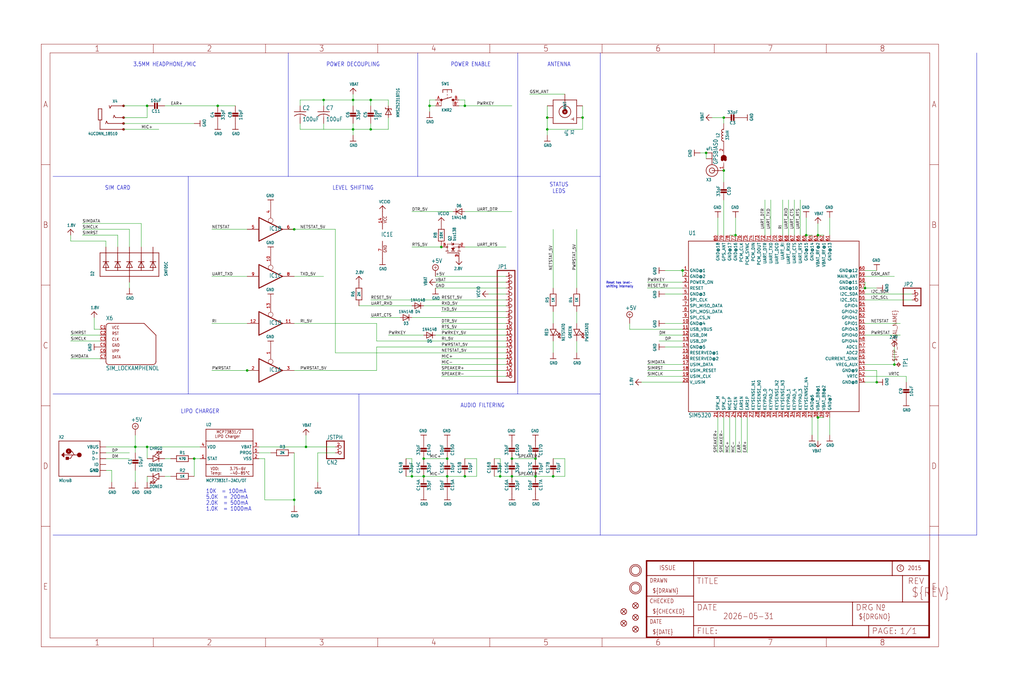
<source format=kicad_sch>
(kicad_sch (version 20230121) (generator eeschema)
  (paper "User" 442.036 298.602)
  (junction (at 127 99.06))
  (junction (at 231.14 198.12))
  (junction (at 353.06 101.6))
  (junction (at 152.4 55.88))
  (junction (at 220.98 205.74))
  (junction (at 231.14 205.74))
  (junction (at 63.5 193.04))
  (junction (at 193.04 205.74))
  (junction (at 200.66 45.72))
  (junction (at 251.46 50.8))
  (junction (at 127 215.9))
  (junction (at 215.9 205.74))
  (junction (at 106.68 160.02))
  (junction (at 139.7 43.18))
  (junction (at 378.46 165.1))
  (junction (at 236.22 55.88))
  (junction (at 304.8 66.04))
  (junction (at 312.42 73.66))
  (junction (at 193.04 198.12))
  (junction (at 200.66 205.74))
  (junction (at 185.42 45.72))
  (junction (at 294.64 116.84))
  (junction (at 152.4 43.18))
  (junction (at 353.06 180.34))
  (junction (at 220.98 198.12))
  (junction (at 160.02 55.88))
  (junction (at 182.88 198.12))
  (junction (at 63.5 45.72))
  (junction (at 373.38 124.46))
  (junction (at 58.42 193.04))
  (junction (at 347.98 101.6))
  (junction (at 312.42 50.8))
  (junction (at 190.5 106.68))
  (junction (at 238.76 205.74))
  (junction (at 132.08 193.04))
  (junction (at 160.02 43.18))
  (junction (at 93.98 45.72))
  (junction (at 386.08 157.48))
  (junction (at 236.22 50.8))
  (junction (at 182.88 205.74))
  (junction (at 83.82 198.12))
  (junction (at 317.5 101.6))
  (junction (at 177.8 205.74))
  (wire (pts (xy 337.82 101.6) (xy 337.82 86.36)) (stroke (width 0.1524)))
  (wire (pts (xy 350.52 180.34) (xy 350.52 187.96)) (stroke (width 0.1524)))
  (wire (pts (xy 373.38 116.84) (xy 378.46 116.84)) (stroke (width 0.1524)))
  (wire (pts (xy 53.34 50.8) (xy 63.5 50.8)) (stroke (width 0.1524)))
  (wire (pts (xy 358.14 93.98) (xy 358.14 101.6)) (stroke (width 0.1524)))
  (wire (pts (xy 106.68 99.06) (xy 91.44 99.06)) (stroke (width 0.1524)))
  (wire (pts (xy 347.98 101.6) (xy 347.98 93.98)) (stroke (width 0.1524)))
  (wire (pts (xy 45.72 106.68) (xy 45.72 104.14)) (stroke (width 0.1524)))
  (wire (pts (xy 45.72 195.58) (xy 55.88 195.58)) (stroke (width 0.1524)))
  (wire (pts (xy 231.14 198.12) (xy 220.98 198.12)) (stroke (width 0.1524)))
  (wire (pts (xy 129.54 53.34) (xy 129.54 55.88)) (stroke (width 0.1524)))
  (wire (pts (xy 30.48 154.94) (xy 43.18 154.94)) (stroke (width 0.1524)))
  (wire (pts (xy 294.64 116.84) (xy 294.64 119.38)) (stroke (width 0.1524)))
  (wire (pts (xy 114.3 198.12) (xy 114.3 215.9)) (stroke (width 0.1524)))
  (wire (pts (xy 127 119.38) (xy 139.7 119.38)) (stroke (width 0.1524)))
  (wire (pts (xy 152.4 53.34) (xy 152.4 55.88)) (stroke (width 0.1524)))
  (wire (pts (xy 60.96 106.68) (xy 60.96 96.52)) (stroke (width 0.1524)))
  (wire (pts (xy 238.76 198.12) (xy 243.84 198.12)) (stroke (width 0.1524)))
  (wire (pts (xy 182.88 144.78) (xy 167.64 144.78)) (stroke (width 0.1524)))
  (polyline (pts (xy 154.94 231.14) (xy 259.08 231.14)) (stroke (width 0.1524) (type solid)))
  (wire (pts (xy 106.68 119.38) (xy 91.44 119.38)) (stroke (width 0.1524)))
  (wire (pts (xy 294.64 165.1) (xy 276.86 165.1)) (stroke (width 0.1524)))
  (wire (pts (xy 205.74 205.74) (xy 200.66 205.74)) (stroke (width 0.1524)))
  (wire (pts (xy 190.5 157.48) (xy 218.44 157.48)) (stroke (width 0.1524)))
  (wire (pts (xy 317.5 93.98) (xy 317.5 101.6)) (stroke (width 0.1524)))
  (wire (pts (xy 284.48 147.32) (xy 294.64 147.32)) (stroke (width 0.1524)))
  (wire (pts (xy 175.26 198.12) (xy 177.8 198.12)) (stroke (width 0.1524)))
  (wire (pts (xy 190.5 160.02) (xy 218.44 160.02)) (stroke (width 0.1524)))
  (polyline (pts (xy 154.94 231.14) (xy 154.94 170.18)) (stroke (width 0.1524) (type solid)))
  (wire (pts (xy 132.08 193.04) (xy 144.78 193.04)) (stroke (width 0.1524)))
  (wire (pts (xy 287.02 116.84) (xy 294.64 116.84)) (stroke (width 0.1524)))
  (wire (pts (xy 139.7 53.34) (xy 139.7 55.88)) (stroke (width 0.1524)))
  (wire (pts (xy 73.66 205.74) (xy 71.12 205.74)) (stroke (width 0.1524)))
  (wire (pts (xy 205.74 198.12) (xy 205.74 205.74)) (stroke (width 0.1524)))
  (wire (pts (xy 109.22 160.02) (xy 106.68 160.02)) (stroke (width 0.1524)))
  (wire (pts (xy 160.02 55.88) (xy 167.64 55.88)) (stroke (width 0.1524)))
  (wire (pts (xy 195.58 91.44) (xy 177.8 91.44)) (stroke (width 0.1524)))
  (wire (pts (xy 129.54 43.18) (xy 139.7 43.18)) (stroke (width 0.1524)))
  (wire (pts (xy 220.98 45.72) (xy 200.66 45.72)) (stroke (width 0.1524)))
  (wire (pts (xy 137.16 195.58) (xy 144.78 195.58)) (stroke (width 0.1524)))
  (wire (pts (xy 238.76 124.46) (xy 238.76 99.06)) (stroke (width 0.1524)))
  (wire (pts (xy 154.94 132.08) (xy 177.8 132.08)) (stroke (width 0.1524)))
  (wire (pts (xy 144.78 152.4) (xy 144.78 99.06)) (stroke (width 0.1524)))
  (wire (pts (xy 378.46 160.02) (xy 373.38 160.02)) (stroke (width 0.1524)))
  (wire (pts (xy 391.16 162.56) (xy 391.16 165.1)) (stroke (width 0.1524)))
  (wire (pts (xy 106.68 139.7) (xy 91.44 139.7)) (stroke (width 0.1524)))
  (wire (pts (xy 243.84 198.12) (xy 243.84 205.74)) (stroke (width 0.1524)))
  (wire (pts (xy 386.08 119.38) (xy 373.38 119.38)) (stroke (width 0.1524)))
  (wire (pts (xy 167.64 55.88) (xy 167.64 50.8)) (stroke (width 0.1524)))
  (wire (pts (xy 200.66 43.18) (xy 200.66 45.72)) (stroke (width 0.1524)))
  (wire (pts (xy 127 139.7) (xy 162.56 139.7)) (stroke (width 0.1524)))
  (wire (pts (xy 160.02 129.54) (xy 218.44 129.54)) (stroke (width 0.1524)))
  (wire (pts (xy 45.72 104.14) (xy 30.48 104.14)) (stroke (width 0.1524)))
  (wire (pts (xy 167.64 43.18) (xy 167.64 45.72)) (stroke (width 0.1524)))
  (wire (pts (xy 58.42 193.04) (xy 58.42 187.96)) (stroke (width 0.1524)))
  (wire (pts (xy 388.62 139.7) (xy 373.38 139.7)) (stroke (width 0.1524)))
  (wire (pts (xy 373.38 157.48) (xy 386.08 157.48)) (stroke (width 0.1524)))
  (wire (pts (xy 182.88 132.08) (xy 218.44 132.08)) (stroke (width 0.1524)))
  (polyline (pts (xy 22.86 170.18) (xy 81.28 170.18)) (stroke (width 0.1524) (type solid)))
  (wire (pts (xy 373.38 127) (xy 393.7 127)) (stroke (width 0.1524)))
  (wire (pts (xy 236.22 58.42) (xy 236.22 55.88)) (stroke (width 0.1524)))
  (polyline (pts (xy 81.28 76.2) (xy 124.46 76.2)) (stroke (width 0.1524) (type solid)))
  (wire (pts (xy 294.64 142.24) (xy 271.78 142.24)) (stroke (width 0.1524)))
  (wire (pts (xy 83.82 53.34) (xy 53.34 53.34)) (stroke (width 0.1524)))
  (wire (pts (xy 200.66 205.74) (xy 193.04 205.74)) (stroke (width 0.1524)))
  (wire (pts (xy 218.44 119.38) (xy 187.96 119.38)) (stroke (width 0.1524)))
  (wire (pts (xy 30.48 104.14) (xy 30.48 101.6)) (stroke (width 0.1524)))
  (wire (pts (xy 200.66 91.44) (xy 220.98 91.44)) (stroke (width 0.1524)))
  (wire (pts (xy 55.88 99.06) (xy 35.56 99.06)) (stroke (width 0.1524)))
  (wire (pts (xy 340.36 101.6) (xy 340.36 86.36)) (stroke (width 0.1524)))
  (wire (pts (xy 353.06 190.5) (xy 353.06 180.34)) (stroke (width 0.1524)))
  (polyline (pts (xy 223.52 76.2) (xy 223.52 22.86)) (stroke (width 0.1524) (type solid)))
  (wire (pts (xy 43.18 144.78) (xy 30.48 144.78)) (stroke (width 0.1524)))
  (wire (pts (xy 162.56 149.86) (xy 218.44 149.86)) (stroke (width 0.1524)))
  (wire (pts (xy 177.8 106.68) (xy 190.5 106.68)) (stroke (width 0.1524)))
  (wire (pts (xy 160.02 45.72) (xy 160.02 43.18)) (stroke (width 0.1524)))
  (wire (pts (xy 190.5 154.94) (xy 218.44 154.94)) (stroke (width 0.1524)))
  (wire (pts (xy 63.5 198.12) (xy 63.5 193.04)) (stroke (width 0.1524)))
  (wire (pts (xy 314.96 101.6) (xy 317.5 101.6)) (stroke (width 0.1524)))
  (wire (pts (xy 43.18 142.24) (xy 40.64 142.24)) (stroke (width 0.1524)))
  (wire (pts (xy 60.96 96.52) (xy 35.56 96.52)) (stroke (width 0.1524)))
  (wire (pts (xy 330.2 101.6) (xy 330.2 86.36)) (stroke (width 0.1524)))
  (wire (pts (xy 152.4 43.18) (xy 152.4 40.64)) (stroke (width 0.1524)))
  (wire (pts (xy 307.34 50.8) (xy 312.42 50.8)) (stroke (width 0.1524)))
  (wire (pts (xy 73.66 198.12) (xy 71.12 198.12)) (stroke (width 0.1524)))
  (wire (pts (xy 215.9 205.74) (xy 220.98 205.74)) (stroke (width 0.1524)))
  (wire (pts (xy 106.68 160.02) (xy 91.44 160.02)) (stroke (width 0.1524)))
  (wire (pts (xy 162.56 147.32) (xy 218.44 147.32)) (stroke (width 0.1524)))
  (wire (pts (xy 236.22 50.8) (xy 236.22 55.88)) (stroke (width 0.1524)))
  (wire (pts (xy 53.34 55.88) (xy 68.58 55.88)) (stroke (width 0.1524)))
  (wire (pts (xy 378.46 165.1) (xy 378.46 160.02)) (stroke (width 0.1524)))
  (wire (pts (xy 342.9 101.6) (xy 342.9 86.36)) (stroke (width 0.1524)))
  (polyline (pts (xy 22.86 231.14) (xy 154.94 231.14)) (stroke (width 0.1524) (type solid)))
  (polyline (pts (xy 223.52 170.18) (xy 259.08 170.18)) (stroke (width 0.1524) (type solid)))
  (wire (pts (xy 312.42 195.58) (xy 312.42 180.34)) (stroke (width 0.1524)))
  (wire (pts (xy 294.64 144.78) (xy 284.48 144.78)) (stroke (width 0.1524)))
  (wire (pts (xy 353.06 96.52) (xy 353.06 101.6)) (stroke (width 0.1524)))
  (wire (pts (xy 58.42 195.58) (xy 58.42 193.04)) (stroke (width 0.1524)))
  (wire (pts (xy 271.78 142.24) (xy 271.78 139.7)) (stroke (width 0.1524)))
  (wire (pts (xy 172.72 137.16) (xy 160.02 137.16)) (stroke (width 0.1524)))
  (wire (pts (xy 200.66 45.72) (xy 198.12 45.72)) (stroke (width 0.1524)))
  (wire (pts (xy 111.76 198.12) (xy 114.3 198.12)) (stroke (width 0.1524)))
  (wire (pts (xy 139.7 45.72) (xy 139.7 43.18)) (stroke (width 0.1524)))
  (wire (pts (xy 251.46 50.8) (xy 251.46 45.72)) (stroke (width 0.1524)))
  (wire (pts (xy 58.42 203.2) (xy 58.42 208.28)) (stroke (width 0.1524)))
  (wire (pts (xy 312.42 73.66) (xy 312.42 78.74)) (stroke (width 0.1524)))
  (wire (pts (xy 312.42 86.36) (xy 312.42 101.6)) (stroke (width 0.1524)))
  (wire (pts (xy 317.5 180.34) (xy 317.5 195.58)) (stroke (width 0.1524)))
  (wire (pts (xy 162.56 147.32) (xy 162.56 139.7)) (stroke (width 0.1524)))
  (polyline (pts (xy 223.52 76.2) (xy 259.08 76.2)) (stroke (width 0.1524) (type solid)))
  (wire (pts (xy 187.96 43.18) (xy 185.42 43.18)) (stroke (width 0.1524)))
  (wire (pts (xy 132.08 193.04) (xy 132.08 187.96)) (stroke (width 0.1524)))
  (wire (pts (xy 353.06 180.34) (xy 355.6 180.34)) (stroke (width 0.1524)))
  (wire (pts (xy 127 160.02) (xy 162.56 160.02)) (stroke (width 0.1524)))
  (wire (pts (xy 45.72 203.2) (xy 48.26 203.2)) (stroke (width 0.1524)))
  (polyline (pts (xy 124.46 76.2) (xy 124.46 22.86)) (stroke (width 0.1524) (type solid)))
  (wire (pts (xy 373.38 124.46) (xy 378.46 124.46)) (stroke (width 0.1524)))
  (polyline (pts (xy 223.52 76.2) (xy 180.34 76.2)) (stroke (width 0.1524) (type solid)))
  (wire (pts (xy 129.54 55.88) (xy 152.4 55.88)) (stroke (width 0.1524)))
  (wire (pts (xy 309.88 93.98) (xy 309.88 101.6)) (stroke (width 0.1524)))
  (wire (pts (xy 332.74 101.6) (xy 332.74 86.36)) (stroke (width 0.1524)))
  (wire (pts (xy 350.52 101.6) (xy 347.98 101.6)) (stroke (width 0.1524)))
  (wire (pts (xy 50.8 101.6) (xy 35.56 101.6)) (stroke (width 0.1524)))
  (wire (pts (xy 177.8 205.74) (xy 175.26 205.74)) (stroke (width 0.1524)))
  (wire (pts (xy 386.08 157.48) (xy 386.08 149.86)) (stroke (width 0.1524)))
  (wire (pts (xy 388.62 144.78) (xy 373.38 144.78)) (stroke (width 0.1524)))
  (wire (pts (xy 218.44 139.7) (xy 190.5 139.7)) (stroke (width 0.1524)))
  (wire (pts (xy 309.88 180.34) (xy 309.88 195.58)) (stroke (width 0.1524)))
  (wire (pts (xy 185.42 45.72) (xy 185.42 48.26)) (stroke (width 0.1524)))
  (wire (pts (xy 215.9 198.12) (xy 215.9 205.74)) (stroke (width 0.1524)))
  (wire (pts (xy 228.6 40.64) (xy 243.84 40.64)) (stroke (width 0.1524)))
  (polyline (pts (xy 22.86 76.2) (xy 81.28 76.2)) (stroke (width 0.1524) (type solid)))
  (wire (pts (xy 193.04 198.12) (xy 182.88 198.12)) (stroke (width 0.1524)))
  (wire (pts (xy 190.5 134.62) (xy 218.44 134.62)) (stroke (width 0.1524)))
  (wire (pts (xy 187.96 45.72) (xy 185.42 45.72)) (stroke (width 0.1524)))
  (wire (pts (xy 127 195.58) (xy 127 215.9)) (stroke (width 0.1524)))
  (polyline (pts (xy 223.52 170.18) (xy 223.52 76.2)) (stroke (width 0.1524) (type solid)))
  (polyline (pts (xy 259.08 76.2) (xy 259.08 22.86)) (stroke (width 0.1524) (type solid)))
  (wire (pts (xy 322.58 195.58) (xy 322.58 180.34)) (stroke (width 0.1524)))
  (wire (pts (xy 294.64 124.46) (xy 279.4 124.46)) (stroke (width 0.1524)))
  (polyline (pts (xy 259.08 170.18) (xy 259.08 76.2)) (stroke (width 0.1524) (type solid)))
  (wire (pts (xy 200.66 106.68) (xy 218.44 106.68)) (stroke (width 0.1524)))
  (wire (pts (xy 238.76 147.32) (xy 238.76 152.4)) (stroke (width 0.1524)))
  (wire (pts (xy 127 99.06) (xy 144.78 99.06)) (stroke (width 0.1524)))
  (wire (pts (xy 177.8 205.74) (xy 182.88 205.74)) (stroke (width 0.1524)))
  (wire (pts (xy 177.8 198.12) (xy 177.8 205.74)) (stroke (width 0.1524)))
  (wire (pts (xy 294.64 162.56) (xy 279.4 162.56)) (stroke (width 0.1524)))
  (polyline (pts (xy 421.64 231.14) (xy 421.64 22.86)) (stroke (width 0.1524) (type solid)))
  (wire (pts (xy 83.82 205.74) (xy 83.82 198.12)) (stroke (width 0.1524)))
  (wire (pts (xy 287.02 127) (xy 294.64 127)) (stroke (width 0.1524)))
  (wire (pts (xy 218.44 137.16) (xy 177.8 137.16)) (stroke (width 0.1524)))
  (wire (pts (xy 218.44 124.46) (xy 187.96 124.46)) (stroke (width 0.1524)))
  (wire (pts (xy 312.42 50.8) (xy 312.42 53.34)) (stroke (width 0.1524)))
  (wire (pts (xy 40.64 142.24) (xy 40.64 137.16)) (stroke (width 0.1524)))
  (wire (pts (xy 248.92 134.62) (xy 248.92 139.7)) (stroke (width 0.1524)))
  (wire (pts (xy 93.98 45.72) (xy 101.6 45.72)) (stroke (width 0.1524)))
  (wire (pts (xy 358.14 187.96) (xy 358.14 180.34)) (stroke (width 0.1524)))
  (polyline (pts (xy 81.28 170.18) (xy 154.94 170.18)) (stroke (width 0.1524) (type solid)))
  (polyline (pts (xy 180.34 76.2) (xy 180.34 22.86)) (stroke (width 0.1524) (type solid)))
  (wire (pts (xy 55.88 121.92) (xy 55.88 124.46)) (stroke (width 0.1524)))
  (wire (pts (xy 63.5 45.72) (xy 63.5 50.8)) (stroke (width 0.1524)))
  (wire (pts (xy 152.4 58.42) (xy 152.4 55.88)) (stroke (width 0.1524)))
  (wire (pts (xy 129.54 45.72) (xy 129.54 43.18)) (stroke (width 0.1524)))
  (wire (pts (xy 220.98 205.74) (xy 231.14 205.74)) (stroke (width 0.1524)))
  (polyline (pts (xy 259.08 231.14) (xy 421.64 231.14)) (stroke (width 0.1524) (type solid)))
  (polyline (pts (xy 259.08 231.14) (xy 259.08 170.18)) (stroke (width 0.1524) (type solid)))
  (wire (pts (xy 132.08 193.04) (xy 111.76 193.04)) (stroke (width 0.1524)))
  (wire (pts (xy 50.8 106.68) (xy 50.8 101.6)) (stroke (width 0.1524)))
  (wire (pts (xy 248.92 152.4) (xy 248.92 147.32)) (stroke (width 0.1524)))
  (wire (pts (xy 238.76 205.74) (xy 231.14 205.74)) (stroke (width 0.1524)))
  (wire (pts (xy 45.72 193.04) (xy 58.42 193.04)) (stroke (width 0.1524)))
  (wire (pts (xy 198.12 43.18) (xy 200.66 43.18)) (stroke (width 0.1524)))
  (wire (pts (xy 279.4 157.48) (xy 294.64 157.48)) (stroke (width 0.1524)))
  (wire (pts (xy 187.96 144.78) (xy 218.44 144.78)) (stroke (width 0.1524)))
  (wire (pts (xy 213.36 198.12) (xy 215.9 198.12)) (stroke (width 0.1524)))
  (wire (pts (xy 304.8 68.58) (xy 304.8 66.04)) (stroke (width 0.1524)))
  (wire (pts (xy 182.88 205.74) (xy 193.04 205.74)) (stroke (width 0.1524)))
  (wire (pts (xy 236.22 55.88) (xy 251.46 55.88)) (stroke (width 0.1524)))
  (wire (pts (xy 137.16 195.58) (xy 137.16 208.28)) (stroke (width 0.1524)))
  (wire (pts (xy 238.76 134.62) (xy 238.76 139.7)) (stroke (width 0.1524)))
  (wire (pts (xy 160.02 53.34) (xy 160.02 55.88)) (stroke (width 0.1524)))
  (wire (pts (xy 63.5 45.72) (xy 53.34 45.72)) (stroke (width 0.1524)))
  (wire (pts (xy 93.98 45.72) (xy 71.12 45.72)) (stroke (width 0.1524)))
  (wire (pts (xy 287.02 149.86) (xy 294.64 149.86)) (stroke (width 0.1524)))
  (wire (pts (xy 391.16 162.56) (xy 373.38 162.56)) (stroke (width 0.1524)))
  (wire (pts (xy 215.9 205.74) (xy 213.36 205.74)) (stroke (width 0.1524)))
  (wire (pts (xy 111.76 195.58) (xy 116.84 195.58)) (stroke (width 0.1524)))
  (polyline (pts (xy 124.46 76.2) (xy 180.34 76.2)) (stroke (width 0.1524) (type solid)))
  (wire (pts (xy 287.02 139.7) (xy 294.64 139.7)) (stroke (width 0.1524)))
  (wire (pts (xy 160.02 43.18) (xy 167.64 43.18)) (stroke (width 0.1524)))
  (wire (pts (xy 187.96 121.92) (xy 218.44 121.92)) (stroke (width 0.1524)))
  (wire (pts (xy 251.46 55.88) (xy 251.46 50.8)) (stroke (width 0.1524)))
  (wire (pts (xy 236.22 45.72) (xy 236.22 50.8)) (stroke (width 0.1524)))
  (wire (pts (xy 218.44 152.4) (xy 144.78 152.4)) (stroke (width 0.1524)))
  (wire (pts (xy 200.66 198.12) (xy 205.74 198.12)) (stroke (width 0.1524)))
  (wire (pts (xy 55.88 106.68) (xy 55.88 99.06)) (stroke (width 0.1524)))
  (wire (pts (xy 294.64 160.02) (xy 279.4 160.02)) (stroke (width 0.1524)))
  (wire (pts (xy 58.42 193.04) (xy 63.5 193.04)) (stroke (width 0.1524)))
  (wire (pts (xy 190.5 142.24) (xy 218.44 142.24)) (stroke (width 0.1524)))
  (wire (pts (xy 210.82 127) (xy 218.44 127)) (stroke (width 0.1524)))
  (wire (pts (xy 152.4 55.88) (xy 160.02 55.88)) (stroke (width 0.1524)))
  (wire (pts (xy 294.64 121.92) (xy 279.4 121.92)) (stroke (width 0.1524)))
  (wire (pts (xy 152.4 43.18) (xy 160.02 43.18)) (stroke (width 0.1524)))
  (wire (pts (xy 114.3 215.9) (xy 127 215.9)) (stroke (width 0.1524)))
  (wire (pts (xy 243.84 205.74) (xy 238.76 205.74)) (stroke (width 0.1524)))
  (wire (pts (xy 63.5 205.74) (xy 63.5 208.28)) (stroke (width 0.1524)))
  (wire (pts (xy 373.38 121.92) (xy 373.38 124.46)) (stroke (width 0.1524)))
  (polyline (pts (xy 81.28 170.18) (xy 81.28 76.2)) (stroke (width 0.1524) (type solid)))
  (wire (pts (xy 139.7 43.18) (xy 152.4 43.18)) (stroke (width 0.1524)))
  (wire (pts (xy 353.06 101.6) (xy 355.6 101.6)) (stroke (width 0.1524)))
  (wire (pts (xy 83.82 198.12) (xy 86.36 198.12)) (stroke (width 0.1524)))
  (wire (pts (xy 314.96 195.58) (xy 314.96 180.34)) (stroke (width 0.1524)))
  (wire (pts (xy 248.92 99.06) (xy 248.92 124.46)) (stroke (width 0.1524)))
  (wire (pts (xy 162.56 160.02) (xy 162.56 149.86)) (stroke (width 0.1524)))
  (wire (pts (xy 127 215.9) (xy 127 218.44)) (stroke (width 0.1524)))
  (wire (pts (xy 393.7 129.54) (xy 373.38 129.54)) (stroke (width 0.1524)))
  (wire (pts (xy 320.04 180.34) (xy 320.04 195.58)) (stroke (width 0.1524)))
  (wire (pts (xy 373.38 165.1) (xy 378.46 165.1)) (stroke (width 0.1524)))
  (wire (pts (xy 190.5 162.56) (xy 218.44 162.56)) (stroke (width 0.1524)))
  (wire (pts (xy 152.4 45.72) (xy 152.4 43.18)) (stroke (width 0.1524)))
  (wire (pts (xy 55.88 198.12) (xy 45.72 198.12)) (stroke (width 0.1524)))
  (wire (pts (xy 185.42 43.18) (xy 185.42 45.72)) (stroke (width 0.1524)))
  (wire (pts (xy 63.5 193.04) (xy 86.36 193.04)) (stroke (width 0.1524)))
  (polyline (pts (xy 154.94 170.18) (xy 223.52 170.18)) (stroke (width 0.1524) (type solid)))
  (wire (pts (xy 124.46 99.06) (xy 127 99.06)) (stroke (width 0.1524)))
  (wire (pts (xy 43.18 147.32) (xy 30.48 147.32)) (stroke (width 0.1524)))
  (wire (pts (xy 48.26 203.2) (xy 48.26 208.28)) (stroke (width 0.1524)))
  (wire (pts (xy 304.8 66.04) (xy 302.26 66.04)) (stroke (width 0.1524)))
  (wire (pts (xy 345.44 101.6) (xy 345.44 86.36)) (stroke (width 0.1524)))
  (text "STATUS\nLEDS" (at 241.3 81.28 0) (effects (font (size 1.778 1.5113))))
  (text "2.0K  = 500mA" (at 88.9 218.44 0) (effects (font (size 1.778 1.5113)) (justify left bottom)))
  (text "SIM CARD" (at 50.8 81.28 0) (effects (font (size 1.778 1.5113))))
  (text "ANTENNA" (at 241.3 27.94 0) (effects (font (size 1.778 1.5113))))
  (text "LEVEL SHIFTING" (at 152.4 81.28 0) (effects (font (size 1.778 1.5113))))
  (text "LIPO CHARGER" (at 86.36 177.8 0) (effects (font (size 1.778 1.5113))))
  (text "Reset has level-\nshifting internally" (at 261.62 124.46 0) (effects (font (size 1.016 0.8636)) (justify left bottom)))
  (text "POWER ENABLE" (at 203.2 27.94 0) (effects (font (size 1.778 1.5113))))
  (text "1.0K  = 1000mA" (at 88.9 220.98 0) (effects (font (size 1.778 1.5113)) (justify left bottom)))
  (text "AUDIO FILTERING" (at 208.28 175.26 0) (effects (font (size 1.778 1.5113))))
  (text "POWER DECOUPLING" (at 152.4 27.94 0) (effects (font (size 1.778 1.5113))))
  (text "3.5MM HEADPHONE/MIC" (at 71.12 27.94 0) (effects (font (size 1.778 1.5113))))
  (text "10K  = 100mA" (at 88.9 213.36 0) (effects (font (size 1.778 1.5113)) (justify left bottom)))
  (text "5.0K  = 200mA" (at 88.9 215.9 0) (effects (font (size 1.778 1.5113)) (justify left bottom)))
  (label "RTS_5V" (at 190.5 142.24 0) (effects (font (size 1.2446 1.2446))))
  (label "SPEAKER-" (at 190.5 162.56 0) (effects (font (size 1.2446 1.2446))))
  (label "PWRSTAT_5V" (at 129.54 160.02 0) (effects (font (size 1.2446 1.2446))))
  (label "EAR+" (at 73.66 45.72 0) (effects (font (size 1.2446 1.2446))))
  (label "SIMCLK" (at 30.48 147.32 0) (effects (font (size 1.2446 1.2446))))
  (label "GND" (at 187.96 124.46 0) (effects (font (size 1.2446 1.2446))))
  (label "SIMRST" (at 35.56 101.6 0) (effects (font (size 1.2446 1.2446))))
  (label "PWRKEY_5V" (at 190.5 144.78 0) (effects (font (size 1.2446 1.2446))))
  (label "DM" (at 284.48 144.78 0) (effects (font (size 1.2446 1.2446))))
  (label "SIMDATA" (at 35.56 96.52 0) (effects (font (size 1.2446 1.2446))))
  (label "PWRKEY" (at 167.64 144.78 0) (effects (font (size 1.2446 1.2446))))
  (label "DP" (at 48.26 195.58 0) (effects (font (size 1.2446 1.2446))))
  (label "DTR_5V" (at 177.8 91.44 0) (effects (font (size 1.2446 1.2446))))
  (label "DTR_5V" (at 190.5 139.7 0) (effects (font (size 1.2446 1.2446))))
  (label "EAR-" (at 320.04 195.58 90) (effects (font (size 1.2446 1.2446))))
  (label "RESET_5V" (at 190.5 129.54 0) (effects (font (size 1.2446 1.2446))))
  (label "SPEAKER-" (at 312.42 195.58 90) (effects (font (size 1.2446 1.2446))))
  (label "SPEAKER+" (at 309.88 195.58 90) (effects (font (size 1.2446 1.2446))))
  (label "TXD_5V" (at 129.54 119.38 0) (effects (font (size 1.2446 1.2446))))
  (label "UART_DTR" (at 205.74 91.44 0) (effects (font (size 1.2446 1.2446))))
  (label "MIC-" (at 190.5 157.48 0) (effects (font (size 1.2446 1.2446))))
  (label "SPEAKER+" (at 223.52 198.12 0) (effects (font (size 1.2446 1.2446))))
  (label "GSM_ANT" (at 228.6 40.64 0) (effects (font (size 1.2446 1.2446))))
  (label "UART_CTS" (at 342.9 99.06 90) (effects (font (size 1.2446 1.2446))))
  (label "RI_5V" (at 129.54 139.7 0) (effects (font (size 1.2446 1.2446))))
  (label "I2C_SDA" (at 375.92 127 0) (effects (font (size 1.2446 1.2446))))
  (label "RESET_5V" (at 160.02 129.54 0) (effects (font (size 1.2446 1.2446))))
  (label "TXD_5V" (at 190.5 134.62 0) (effects (font (size 1.2446 1.2446))))
  (label "RI" (at 91.44 139.7 0) (effects (font (size 1.2446 1.2446))))
  (label "NETSTAT_5V" (at 190.5 152.4 0) (effects (font (size 1.2446 1.2446))))
  (label "SIMDATA" (at 30.48 154.94 0) (effects (font (size 1.2446 1.2446))))
  (label "GSM_ANT" (at 375.92 119.38 0) (effects (font (size 1.2446 1.2446))))
  (label "UART_RXD" (at 340.36 99.06 90) (effects (font (size 1.2446 1.2446))))
  (label "DP" (at 287.02 147.32 0) (effects (font (size 1.2446 1.2446))))
  (label "UART_TXD" (at 332.74 99.06 90) (effects (font (size 1.2446 1.2446))))
  (label "PWRSTAT_5V" (at 190.5 149.86 0) (effects (font (size 1.2446 1.2446))))
  (label "RI_5V" (at 190.5 147.32 0) (effects (font (size 1.2446 1.2446))))
  (label "NETSTAT_5V" (at 129.54 99.06 0) (effects (font (size 1.2446 1.2446))))
  (label "SPEAKER-" (at 223.52 205.74 0) (effects (font (size 1.2446 1.2446))))
  (label "SIMCLK" (at 279.4 162.56 0) (effects (font (size 1.2446 1.2446))))
  (label "MIC+" (at 314.96 195.58 90) (effects (font (size 1.2446 1.2446))))
  (label "RTS_5V" (at 177.8 106.68 0) (effects (font (size 1.2446 1.2446))))
  (label "RI" (at 337.82 99.06 90) (effects (font (size 1.2446 1.2446))))
  (label "UART_RTS" (at 205.74 106.68 0) (effects (font (size 1.2446 1.2446))))
  (label "UART_DTR" (at 330.2 99.06 90) (effects (font (size 1.2446 1.2446))))
  (label "RESET_5V" (at 279.4 124.46 0) (effects (font (size 1.2446 1.2446))))
  (label "PWRSTAT" (at 91.44 160.02 0) (effects (font (size 1.2446 1.2446))))
  (label "UART_TXD" (at 91.44 119.38 0) (effects (font (size 1.2446 1.2446))))
  (label "VRTC" (at 383.54 162.56 0) (effects (font (size 1.2446 1.2446))))
  (label "UART_CTS" (at 160.02 137.16 0) (effects (font (size 1.2446 1.2446))))
  (label "SPEAKER+" (at 190.5 160.02 0) (effects (font (size 1.2446 1.2446))))
  (label "VBAT" (at 187.96 121.92 0) (effects (font (size 1.2446 1.2446))))
  (label "NETSTAT" (at 91.44 99.06 0) (effects (font (size 1.2446 1.2446))))
  (label "SIMCLK" (at 35.56 99.06 0) (effects (font (size 1.2446 1.2446))))
  (label "I2C_SCL" (at 375.92 129.54 0) (effects (font (size 1.2446 1.2446))))
  (label "PWRKEY" (at 205.74 45.72 0) (effects (font (size 1.2446 1.2446))))
  (label "UART_RTS" (at 345.44 99.06 90) (effects (font (size 1.2446 1.2446))))
  (label "MIC+" (at 60.96 55.88 0) (effects (font (size 1.2446 1.2446))))
  (label "MIC+" (at 190.5 154.94 0) (effects (font (size 1.2446 1.2446))))
  (label "NETSTAT" (at 375.92 139.7 0) (effects (font (size 1.2446 1.2446))))
  (label "PWRKEY" (at 279.4 121.92 0) (effects (font (size 1.2446 1.2446))))
  (label "PWRSTAT_5V" (at 248.92 116.84 90) (effects (font (size 1.2446 1.2446))))
  (label "MIC+" (at 185.42 198.12 0) (effects (font (size 1.2446 1.2446))))
  (label "DM" (at 48.26 198.12 0) (effects (font (size 1.2446 1.2446))))
  (label "UART_RXD" (at 160.02 132.08 0) (effects (font (size 1.2446 1.2446))))
  (label "EAR+" (at 322.58 195.58 90) (effects (font (size 1.2446 1.2446))))
  (label "SIMRST" (at 279.4 160.02 0) (effects (font (size 1.2446 1.2446))))
  (label "MIC-" (at 185.42 205.74 0) (effects (font (size 1.2446 1.2446))))
  (label "RXD_5V" (at 190.5 132.08 0) (effects (font (size 1.2446 1.2446))))
  (label "NETSTAT_5V" (at 238.76 116.84 90) (effects (font (size 1.2446 1.2446))))
  (label "SIMRST" (at 30.48 144.78 0) (effects (font (size 1.2446 1.2446))))
  (label "PWRSTAT" (at 375.92 144.78 0) (effects (font (size 1.2446 1.2446))))
  (label "SIMDATA" (at 279.4 157.48 0) (effects (font (size 1.2446 1.2446))))
  (label "+5V" (at 187.96 119.38 0) (effects (font (size 1.2446 1.2446))))
  (label "MIC-" (at 317.5 195.58 90) (effects (font (size 1.2446 1.2446))))
  (symbol (lib_id "working-eagle-import:VBAT") (at 185.42 121.92 90) (unit 1)
    (property "Reference" "#U$20" (effects hide))
    (property "Value" "VBAT" (at 184.404 123.444 0) (effects (font (size 1.27 1.0795)) (justify left bottom)))
  )
  (symbol (lib_id "working-eagle-import:CAP_4PACK1206") (at 193.04 208.28 180) (unit 1)
    (property "Reference" "C15" (at 195.33 209.53 90))
    (property "Value" "10pF" (at 190.74 209.53 90))
    (property "Footprint" "working:RESPACK_4X0603" (effects hide))
  )
  (symbol (lib_id "working-eagle-import:FIDUCIAL{dblquote}{dblquote}") (at 269.24 269.24 0) (unit 1)
    (property "Reference" "FID5" (effects hide))
    (property "Value" "FIDUCIAL{dblquote}{dblquote}" (effects hide))
    (property "Footprint" "working:FIDUCIAL_1MM" (effects hide))
  )
  (symbol (lib_id "working-eagle-import:CAP_CERAMIC0805-NOOUTLINE") (at 101.6 50.8 0) (unit 1)
    (property "Reference" "C8" (at 99.31 49.55 90))
    (property "Value" "10pF" (at 103.9 49.55 90))
    (property "Footprint" "working:0805-NO" (effects hide))
  )
  (symbol (lib_id "working-eagle-import:CAP_4PACK1206") (at 238.76 203.2 0) (unit 2)
    (property "Reference" "C17" (at 236.47 201.95 90))
    (property "Value" "10pF" (at 241.06 201.95 90))
    (property "Footprint" "working:RESPACK_4X0603" (effects hide))
  )
  (symbol (lib_id "working-eagle-import:RESISTOR0805_NOOUTLINE") (at 248.92 129.54 90) (unit 1)
    (property "Reference" "R4" (at 246.38 129.54 0))
    (property "Value" "1K" (at 248.92 129.54 0) (effects (font (size 1.016 1.016) bold)))
    (property "Footprint" "working:0805-NO" (effects hide))
  )
  (symbol (lib_id "working-eagle-import:GND") (at 299.72 66.04 270) (unit 1)
    (property "Reference" "#U$17" (effects hide))
    (property "Value" "GND" (at 297.18 64.516 0) (effects (font (size 1.27 1.0795)) (justify left bottom)))
  )
  (symbol (lib_id "working-eagle-import:GND") (at 101.6 55.88 0) (unit 1)
    (property "Reference" "#U$58" (effects hide))
    (property "Value" "GND" (at 100.076 58.42 0) (effects (font (size 1.27 1.0795)) (justify left bottom)))
  )
  (symbol (lib_id "working-eagle-import:FIDUCIAL{dblquote}{dblquote}") (at 274.32 271.78 0) (unit 1)
    (property "Reference" "FID3" (effects hide))
    (property "Value" "FIDUCIAL{dblquote}{dblquote}" (effects hide))
    (property "Footprint" "working:FIDUCIAL_1MM" (effects hide))
  )
  (symbol (lib_id "working-eagle-import:1.8V") (at 30.48 99.06 0) (unit 1)
    (property "Reference" "#U$15" (effects hide))
    (property "Value" "1.8V" (at 28.956 98.044 0) (effects (font (size 1.27 1.0795)) (justify left bottom)))
  )
  (symbol (lib_id "working-eagle-import:74125PW") (at 116.84 119.38 0) (unit 3)
    (property "Reference" "IC1" (at 116.205 120.015 0) (effects (font (size 1.778 1.5113)) (justify left bottom)))
    (property "Value" "74125PW" (effects hide))
    (property "Footprint" "working:TSSOP14" (effects hide))
  )
  (symbol (lib_id "working-eagle-import:GND") (at 127 220.98 0) (unit 1)
    (property "Reference" "#U$6" (effects hide))
    (property "Value" "GND" (at 125.476 223.52 0) (effects (font (size 1.27 1.0795)) (justify left bottom)))
  )
  (symbol (lib_id "working-eagle-import:GND") (at 182.88 187.96 180) (unit 1)
    (property "Reference" "#U$44" (effects hide))
    (property "Value" "GND" (at 184.404 185.42 0) (effects (font (size 1.27 1.0795)) (justify left bottom)))
  )
  (symbol (lib_id "working-eagle-import:CAP_4PACK1206") (at 220.98 193.04 180) (unit 4)
    (property "Reference" "C16" (at 223.27 194.29 90))
    (property "Value" "33pF" (at 218.68 194.29 90))
    (property "Footprint" "working:RESPACK_4X0603" (effects hide))
  )
  (symbol (lib_id "working-eagle-import:GND") (at 317.5 91.44 180) (unit 1)
    (property "Reference" "#U$64" (effects hide))
    (property "Value" "GND" (at 319.024 88.9 0) (effects (font (size 1.27 1.0795)) (justify left bottom)))
  )
  (symbol (lib_id "working-eagle-import:SWITCH_TACT_SMT4.6X2.8") (at 193.04 43.18 0) (unit 1)
    (property "Reference" "SW1" (at 190.5 36.83 0) (effects (font (size 1.27 1.0795)) (justify left bottom)))
    (property "Value" "KMR2" (at 190.5 48.26 0) (effects (font (size 1.27 1.0795)) (justify left bottom)))
    (property "Footprint" "working:BTN_KMR2_4.6X2.8" (effects hide))
  )
  (symbol (lib_id "working-eagle-import:CAP_CERAMIC0805-NOOUTLINE") (at 160.02 50.8 0) (unit 1)
    (property "Reference" "C5" (at 157.73 49.55 90))
    (property "Value" "10pF" (at 162.32 49.55 90))
    (property "Footprint" "working:0805-NO" (effects hide))
  )
  (symbol (lib_id "working-eagle-import:CAP_4PACK1206") (at 231.14 193.04 180) (unit 4)
    (property "Reference" "C17" (at 233.43 194.29 90))
    (property "Value" "10pF" (at 228.84 194.29 90))
    (property "Footprint" "working:RESPACK_4X0603" (effects hide))
  )
  (symbol (lib_id "working-eagle-import:GND") (at 152.4 60.96 0) (unit 1)
    (property "Reference" "#U$22" (effects hide))
    (property "Value" "GND" (at 150.876 63.5 0) (effects (font (size 1.27 1.0795)) (justify left bottom)))
  )
  (symbol (lib_id "working-eagle-import:USBMICRO_20329") (at 35.56 198.12 0) (unit 1)
    (property "Reference" "X2" (at 25.4 189.484 0) (effects (font (size 1.27 1.0795)) (justify left bottom)))
    (property "Value" "MicroB" (at 25.4 208.28 0) (effects (font (size 1.27 1.0795)) (justify left bottom)))
    (property "Footprint" "working:4UCONN_20329" (effects hide))
  )
  (symbol (lib_id "working-eagle-import:RESISTOR0805_NOOUTLINE") (at 78.74 205.74 0) (unit 1)
    (property "Reference" "R2" (at 78.74 203.2 0))
    (property "Value" "1K" (at 78.74 205.74 0) (effects (font (size 1.016 1.016) bold)))
    (property "Footprint" "working:0805-NO" (effects hide))
  )
  (symbol (lib_id "working-eagle-import:GND") (at 63.5 210.82 0) (unit 1)
    (property "Reference" "#U$7" (effects hide))
    (property "Value" "GND" (at 61.976 213.36 0) (effects (font (size 1.27 1.0795)) (justify left bottom)))
  )
  (symbol (lib_id "working-eagle-import:SIM_LOCKAMPHENOL") (at 55.88 147.32 0) (unit 1)
    (property "Reference" "X6" (at 45.72 138.43 0) (effects (font (size 1.778 1.5113)) (justify left bottom)))
    (property "Value" "SIM_LOCKAMPHENOL" (at 45.72 160.02 0) (effects (font (size 1.778 1.5113)) (justify left bottom)))
    (property "Footprint" "working:C707_10M006_512_2" (effects hide))
  )
  (symbol (lib_id "working-eagle-import:CAP_CERAMIC0805-NOOUTLINE") (at 312.42 81.28 180) (unit 1)
    (property "Reference" "C10" (at 314.71 82.53 90))
    (property "Value" "33pF" (at 310.12 82.53 90))
    (property "Footprint" "working:0805-NO" (effects hide))
  )
  (symbol (lib_id "working-eagle-import:MOUNTINGHOLE2.5") (at 274.32 246.38 0) (unit 1)
    (property "Reference" "U$34" (effects hide))
    (property "Value" "MOUNTINGHOLE2.5" (effects hide))
    (property "Footprint" "working:MOUNTINGHOLE_2.5_PLATED" (effects hide))
  )
  (symbol (lib_id "working-eagle-import:ANTENNA_U.FL") (at 307.34 73.66 0) (mirror x) (unit 1)
    (property "Reference" "X3" (at 304.8 76.962 0) (effects (font (size 1.27 1.0795)) (justify left bottom)))
    (property "Value" "uFL" (at 304.8 63.5 0) (effects (font (size 1.27 1.0795)) (justify left bottom)))
    (property "Footprint" "working:U.FL" (effects hide))
  )
  (symbol (lib_id "working-eagle-import:1.8V") (at 40.64 134.62 0) (unit 1)
    (property "Reference" "#U$1" (effects hide))
    (property "Value" "1.8V" (at 39.116 133.604 0) (effects (font (size 1.27 1.0795)) (justify left bottom)))
  )
  (symbol (lib_id "working-eagle-import:GND") (at 220.98 187.96 180) (unit 1)
    (property "Reference" "#U$48" (effects hide))
    (property "Value" "GND" (at 222.504 185.42 0) (effects (font (size 1.27 1.0795)) (justify left bottom)))
  )
  (symbol (lib_id "working-eagle-import:AUDIO_3.5MMJACK_4POL") (at 48.26 50.8 0) (unit 1)
    (property "Reference" "X4" (at 50.8 44.45 0) (effects (font (size 1.27 1.0795)) (justify right bottom)))
    (property "Value" "4UCONN_18510" (at 50.8 58.42 0) (effects (font (size 1.27 1.0795)) (justify right bottom)))
    (property "Footprint" "working:4UCONN_18510" (effects hide))
  )
  (symbol (lib_id "working-eagle-import:GSM_SIM5320_LITERAL") (at 332.74 139.7 0) (unit 1)
    (property "Reference" "U1" (at 297.18 101.6 0) (effects (font (size 1.778 1.5113)) (justify left bottom)))
    (property "Value" "SIM5320" (at 297.18 180.34 0) (effects (font (size 1.778 1.5113)) (justify left bottom)))
    (property "Footprint" "working:SIM5320" (effects hide))
  )
  (symbol (lib_id "working-eagle-import:CAP_4PACK1206") (at 220.98 210.82 0) (unit 1)
    (property "Reference" "C16" (at 218.69 209.57 90))
    (property "Value" "33pF" (at 223.28 209.57 90))
    (property "Footprint" "working:RESPACK_4X0603" (effects hide))
  )
  (symbol (lib_id "working-eagle-import:VCCIO") (at 190.5 93.98 0) (unit 1)
    (property "Reference" "#U$52" (effects hide))
    (property "Value" "VCCIO" (at 188.976 92.964 0) (effects (font (size 1.27 1.0795)) (justify left bottom)))
  )
  (symbol (lib_id "working-eagle-import:GND") (at 231.14 215.9 0) (unit 1)
    (property "Reference" "#U$51" (effects hide))
    (property "Value" "GND" (at 229.616 218.44 0) (effects (font (size 1.27 1.0795)) (justify left bottom)))
  )
  (symbol (lib_id "working-eagle-import:GND") (at 48.26 210.82 0) (unit 1)
    (property "Reference" "#U$2" (effects hide))
    (property "Value" "GND" (at 46.736 213.36 0) (effects (font (size 1.27 1.0795)) (justify left bottom)))
  )
  (symbol (lib_id "working-eagle-import:GND") (at 55.88 127 0) (unit 1)
    (property "Reference" "#U$27" (effects hide))
    (property "Value" "GND" (at 54.356 129.54 0) (effects (font (size 1.27 1.0795)) (justify left bottom)))
  )
  (symbol (lib_id "working-eagle-import:HEADER-1X18") (at 218.44 142.24 0) (unit 1)
    (property "Reference" "JP1" (at 214.63 116.205 0) (effects (font (size 1.778 1.5113)) (justify left bottom)))
    (property "Value" "HEADER-1X18" (effects hide))
    (property "Footprint" "working:1X18_ROUND70" (effects hide))
  )
  (symbol (lib_id "working-eagle-import:DIODE-ZENERSOD123") (at 167.64 48.26 90) (unit 1)
    (property "Reference" "D1" (at 164.6174 50.8 0) (effects (font (size 1.27 1.0795)) (justify left bottom)))
    (property "Value" "MMSZ5231BT1G" (at 172.4914 50.8 0) (effects (font (size 1.27 1.0795)) (justify left bottom)))
    (property "Footprint" "working:SOD-123" (effects hide))
  )
  (symbol (lib_id "working-eagle-import:GND") (at 116.84 86.36 180) (unit 1)
    (property "Reference" "#U$53" (effects hide))
    (property "Value" "GND" (at 118.364 83.82 0) (effects (font (size 1.27 1.0795)) (justify left bottom)))
  )
  (symbol (lib_id "working-eagle-import:FIDUCIAL{dblquote}{dblquote}") (at 274.32 261.62 0) (unit 1)
    (property "Reference" "FID2" (effects hide))
    (property "Value" "FIDUCIAL{dblquote}{dblquote}" (effects hide))
    (property "Footprint" "working:FIDUCIAL_1MM" (effects hide))
  )
  (symbol (lib_id "working-eagle-import:VBAT") (at 152.4 38.1 0) (unit 1)
    (property "Reference" "#U$9" (effects hide))
    (property "Value" "VBAT" (at 150.876 37.084 0) (effects (font (size 1.27 1.0795)) (justify left bottom)))
  )
  (symbol (lib_id "working-eagle-import:CAP_4PACK1206") (at 220.98 203.2 0) (unit 3)
    (property "Reference" "C16" (at 218.69 201.95 90))
    (property "Value" "33pF" (at 223.28 201.95 90))
    (property "Footprint" "working:RESPACK_4X0603" (effects hide))
  )
  (symbol (lib_id "working-eagle-import:RESISTOR0805_NOOUTLINE") (at 78.74 198.12 0) (unit 1)
    (property "Reference" "R1" (at 78.74 195.58 0))
    (property "Value" "470" (at 78.74 198.12 0) (effects (font (size 1.016 1.016) bold)))
    (property "Footprint" "working:0805-NO" (effects hide))
  )
  (symbol (lib_id "working-eagle-import:INDUCTOR_0805MP") (at 312.42 58.42 90) (unit 1)
    (property "Reference" "L2" (at 309.88 58.42 0) (effects (font (size 1.27 1.0795))))
    (property "Value" "33nH" (at 313.96 58.42 0) (effects (font (size 1.27 1.0795))))
    (property "Footprint" "working:_0805MP" (effects hide))
  )
  (symbol (lib_id "working-eagle-import:JST_2PIN") (at 147.32 193.04 0) (mirror x) (unit 1)
    (property "Reference" "CN2" (at 140.97 198.755 0) (effects (font (size 1.778 1.5113)) (justify left bottom)))
    (property "Value" "JSTPH" (at 140.97 187.96 0) (effects (font (size 1.778 1.5113)) (justify left bottom)))
    (property "Footprint" "working:JSTPH2" (effects hide))
  )
  (symbol (lib_id "working-eagle-import:GND") (at 193.04 215.9 0) (unit 1)
    (property "Reference" "#U$47" (effects hide))
    (property "Value" "GND" (at 191.516 218.44 0) (effects (font (size 1.27 1.0795)) (justify left bottom)))
  )
  (symbol (lib_id "working-eagle-import:+5V") (at 187.96 116.84 0) (unit 1)
    (property "Reference" "#SUPPLY2" (effects hide))
    (property "Value" "+5V" (at 186.055 113.665 0) (effects (font (size 1.778 1.5113)) (justify left bottom)))
  )
  (symbol (lib_id "working-eagle-import:RESISTOR0805_NOOUTLINE") (at 154.94 127 90) (unit 1)
    (property "Reference" "R6" (at 152.4 127 0))
    (property "Value" "2K" (at 154.94 127 0) (effects (font (size 1.016 1.016) bold)))
    (property "Footprint" "working:0805-NO" (effects hide))
  )
  (symbol (lib_id "working-eagle-import:GND") (at 116.84 106.68 180) (unit 1)
    (property "Reference" "#U$19" (effects hide))
    (property "Value" "GND" (at 118.364 104.14 0) (effects (font (size 1.27 1.0795)) (justify left bottom)))
  )
  (symbol (lib_id "working-eagle-import:GND") (at 309.88 91.44 180) (unit 1)
    (property "Reference" "#U$41" (effects hide))
    (property "Value" "GND" (at 311.404 88.9 0) (effects (font (size 1.27 1.0795)) (justify left bottom)))
  )
  (symbol (lib_id "working-eagle-import:DIODESOD-323") (at 175.26 137.16 0) (mirror x) (unit 1)
    (property "Reference" "D3" (at 175.26 139.7 0) (effects (font (size 1.27 1.0795))))
    (property "Value" "1N4148" (at 175.26 134.66 0) (effects (font (size 1.27 1.0795))))
    (property "Footprint" "working:SOD-323" (effects hide))
  )
  (symbol (lib_id "working-eagle-import:74125PW") (at 116.84 99.06 0) (unit 2)
    (property "Reference" "IC1" (at 116.205 99.695 0) (effects (font (size 1.778 1.5113)) (justify left bottom)))
    (property "Value" "74125PW" (effects hide))
    (property "Footprint" "working:TSSOP14" (effects hide))
  )
  (symbol (lib_id "working-eagle-import:CAP_4PACK1206") (at 193.04 203.2 0) (unit 3)
    (property "Reference" "C15" (at 190.75 201.95 90))
    (property "Value" "10pF" (at 195.34 201.95 90))
    (property "Footprint" "working:RESPACK_4X0603" (effects hide))
  )
  (symbol (lib_id "working-eagle-import:GND") (at 220.98 215.9 0) (unit 1)
    (property "Reference" "#U$50" (effects hide))
    (property "Value" "GND" (at 219.456 218.44 0) (effects (font (size 1.27 1.0795)) (justify left bottom)))
  )
  (symbol (lib_id "working-eagle-import:HEADER-1X2ROUND") (at 396.24 129.54 0) (unit 1)
    (property "Reference" "JP2" (at 389.89 123.825 0) (effects (font (size 1.778 1.5113)) (justify left bottom)))
    (property "Value" "HEADER-1X2ROUND" (effects hide))
    (property "Footprint" "working:1X02_ROUND" (effects hide))
  )
  (symbol (lib_id "working-eagle-import:1.8V") (at 274.32 165.1 90) (unit 1)
    (property "Reference" "#U$8" (effects hide))
    (property "Value" "1.8V" (at 273.304 166.624 0) (effects (font (size 1.27 1.0795)) (justify left bottom)))
  )
  (symbol (lib_id "working-eagle-import:74125PW") (at 116.84 139.7 0) (unit 4)
    (property "Reference" "IC1" (at 116.205 140.335 0) (effects (font (size 1.778 1.5113)) (justify left bottom)))
    (property "Value" "74125PW" (effects hide))
    (property "Footprint" "working:TSSOP14" (effects hide))
  )
  (symbol (lib_id "working-eagle-import:+5V") (at 58.42 185.42 0) (unit 1)
    (property "Reference" "#SUPPLY1" (effects hide))
    (property "Value" "+5V" (at 56.515 182.245 0) (effects (font (size 1.778 1.5113)) (justify left bottom)))
  )
  (symbol (lib_id "working-eagle-import:RESISTOR0805_NOOUTLINE") (at 121.92 195.58 0) (unit 1)
    (property "Reference" "R3" (at 121.92 193.04 0))
    (property "Value" "2K" (at 121.92 195.58 0) (effects (font (size 1.016 1.016) bold)))
    (property "Footprint" "working:0805-NO" (effects hide))
  )
  (symbol (lib_id "working-eagle-import:TVSARRAY_5LANE") (at 55.88 116.84 90) (unit 1)
    (property "Reference" "D2" (at 40.64 119.38 0) (effects (font (size 1.27 1.0795)) (justify left bottom)))
    (property "Value" "SMF05C" (at 72.39 119.38 0) (effects (font (size 1.27 1.0795)) (justify left bottom)))
    (property "Footprint" "working:SOT363" (effects hide))
  )
  (symbol (lib_id "working-eagle-import:FRAME_A3") (at 279.4 276.86 0) (unit 3)
    (property "Reference" "#FRAME1" (effects hide))
    (property "Value" "FRAME_A3" (effects hide))
  )
  (symbol (lib_id "working-eagle-import:2.8V") (at 386.08 147.32 0) (mirror y) (unit 1)
    (property "Reference" "#U$23" (effects hide))
    (property "Value" "2.8V" (at 387.604 146.304 0) (effects (font (size 1.27 1.0795)) (justify left bottom)))
  )
  (symbol (lib_id "working-eagle-import:C-USC1210") (at 139.7 48.26 0) (unit 1)
    (property "Reference" "C7" (at 140.716 47.625 0) (effects (font (size 1.778 1.5113)) (justify left bottom)))
    (property "Value" "100uF" (at 140.716 52.451 0) (effects (font (size 1.778 1.5113)) (justify left bottom)))
    (property "Footprint" "working:C1210" (effects hide))
  )
  (symbol (lib_id "working-eagle-import:2.8V") (at 198.12 114.3 180) (unit 1)
    (property "Reference" "#U$56" (effects hide))
    (property "Value" "2.8V" (at 199.644 115.316 0) (effects (font (size 1.27 1.0795)) (justify left bottom)))
  )
  (symbol (lib_id "working-eagle-import:GND") (at 182.88 215.9 0) (unit 1)
    (property "Reference" "#U$46" (effects hide))
    (property "Value" "GND" (at 181.356 218.44 0) (effects (font (size 1.27 1.0795)) (justify left bottom)))
  )
  (symbol (lib_id "working-eagle-import:74125PW") (at 165.1 101.6 0) (unit 5)
    (property "Reference" "IC1" (at 164.465 102.235 0) (effects (font (size 1.778 1.5113)) (justify left bottom)))
    (property "Value" "74125PW" (effects hide))
    (property "Footprint" "working:TSSOP14" (effects hide))
  )
  (symbol (lib_id "working-eagle-import:GND") (at 350.52 190.5 0) (unit 1)
    (property "Reference" "#U$70" (effects hide))
    (property "Value" "GND" (at 348.996 193.04 0) (effects (font (size 1.27 1.0795)) (justify left bottom)))
  )
  (symbol (lib_id "working-eagle-import:CAP_4PACK1206") (at 213.36 203.2 0) (unit 2)
    (property "Reference" "C16" (at 211.07 201.95 90))
    (property "Value" "33pF" (at 215.66 201.95 90))
    (property "Footprint" "working:RESPACK_4X0603" (effects hide))
  )
  (symbol (lib_id "working-eagle-import:MOUNTINGHOLE2.5") (at 274.32 254 0) (unit 1)
    (property "Reference" "U$33" (effects hide))
    (property "Value" "MOUNTINGHOLE2.5" (effects hide))
    (property "Footprint" "working:MOUNTINGHOLE_2.5_PLATED" (effects hide))
  )
  (symbol (lib_id "working-eagle-import:GND") (at 86.36 53.34 90) (unit 1)
    (property "Reference" "#U$32" (effects hide))
    (property "Value" "GND" (at 88.9 54.864 0) (effects (font (size 1.27 1.0795)) (justify left bottom)))
  )
  (symbol (lib_id "working-eagle-import:VBAT") (at 353.06 193.04 180) (unit 1)
    (property "Reference" "#U$39" (effects hide))
    (property "Value" "VBAT" (at 354.584 194.056 0) (effects (font (size 1.27 1.0795)) (justify left bottom)))
  )
  (symbol (lib_id "working-eagle-import:CAP_4PACK1206") (at 182.88 210.82 0) (unit 1)
    (property "Reference" "C14" (at 180.59 209.57 90))
    (property "Value" "33pF" (at 185.18 209.57 90))
    (property "Footprint" "working:RESPACK_4X0603" (effects hide))
  )
  (symbol (lib_id "working-eagle-import:CAP_CERAMIC0805-NOOUTLINE") (at 58.42 200.66 0) (unit 1)
    (property "Reference" "C1" (at 56.13 199.41 90))
    (property "Value" "10µF" (at 60.72 199.41 90))
    (property "Footprint" "working:0805-NO" (effects hide))
  )
  (symbol (lib_id "working-eagle-import:GND") (at 358.14 91.44 180) (unit 1)
    (property "Reference" "#U$66" (effects hide))
    (property "Value" "GND" (at 359.664 88.9 0) (effects (font (size 1.27 1.0795)) (justify left bottom)))
  )
  (symbol (lib_id "working-eagle-import:LED0805_NOOUTLINE") (at 68.58 198.12 0) (unit 1)
    (property "Reference" "CHRG0" (at 67.31 193.675 0) (effects (font (size 1.27 1.0795))))
    (property "Value" "ORANGE" (at 67.31 200.914 0) (effects (font (size 1.27 1.0795))))
    (property "Footprint" "working:CHIPLED_0805_NOOUTLINE" (effects hide))
  )
  (symbol (lib_id "working-eagle-import:GND") (at 93.98 55.88 0) (unit 1)
    (property "Reference" "#U$10" (effects hide))
    (property "Value" "GND" (at 92.456 58.42 0) (effects (font (size 1.27 1.0795)) (justify left bottom)))
  )
  (symbol (lib_id "working-eagle-import:CAP_4PACK1206") (at 193.04 193.04 180) (unit 4)
    (property "Reference" "C15" (at 195.33 194.29 90))
    (property "Value" "10pF" (at 190.74 194.29 90))
    (property "Footprint" "working:RESPACK_4X0603" (effects hide))
  )
  (symbol (lib_id "working-eagle-import:GND") (at 58.42 210.82 0) (unit 1)
    (property "Reference" "#U$3" (effects hide))
    (property "Value" "GND" (at 56.896 213.36 0) (effects (font (size 1.27 1.0795)) (justify left bottom)))
  )
  (symbol (lib_id "working-eagle-import:VBAT") (at 132.08 185.42 0) (unit 1)
    (property "Reference" "#U$18" (effects hide))
    (property "Value" "VBAT" (at 130.556 184.404 0) (effects (font (size 1.27 1.0795)) (justify left bottom)))
  )
  (symbol (lib_id "working-eagle-import:GND") (at 137.16 210.82 0) (unit 1)
    (property "Reference" "#U$4" (effects hide))
    (property "Value" "GND" (at 135.636 213.36 0) (effects (font (size 1.27 1.0795)) (justify left bottom)))
  )
  (symbol (lib_id "working-eagle-import:MOSFET-NWIDE") (at 195.58 109.22 90) (unit 1)
    (property "Reference" "Q2" (at 194.945 104.14 0) (effects (font (size 1.27 1.0795)) (justify left bottom)))
    (property "Value" "bss138" (at 196.85 104.14 0) (effects (font (size 1.27 1.0795)) (justify left bottom)))
    (property "Footprint" "working:SOT23-WIDE" (effects hide))
  )
  (symbol (lib_id "working-eagle-import:GND") (at 236.22 60.96 0) (unit 1)
    (property "Reference" "#U$12" (effects hide))
    (property "Value" "GND" (at 234.696 63.5 0) (effects (font (size 1.27 1.0795)) (justify left bottom)))
  )
  (symbol (lib_id "working-eagle-import:CAP_4PACK1206") (at 200.66 203.2 0) (unit 2)
    (property "Reference" "C15" (at 198.37 201.95 90))
    (property "Value" "10pF" (at 202.96 201.95 90))
    (property "Footprint" "working:RESPACK_4X0603" (effects hide))
  )
  (symbol (lib_id "working-eagle-import:TPTP11R") (at 388.62 157.48 270) (mirror x) (unit 1)
    (property "Reference" "TP1" (at 389.89 158.75 0) (effects (font (size 1.778 1.5113)) (justify left bottom)))
    (property "Value" "TPTP11R" (effects hide))
    (property "Footprint" "working:TP11R" (effects hide))
  )
  (symbol (lib_id "working-eagle-import:CAP_4PACK1206") (at 182.88 193.04 180) (unit 4)
    (property "Reference" "C14" (at 185.17 194.29 90))
    (property "Value" "33pF" (at 180.58 194.29 90))
    (property "Footprint" "working:RESPACK_4X0603" (effects hide))
  )
  (symbol (lib_id "working-eagle-import:SOLDERJUMPER") (at 312.42 68.58 90) (unit 1)
    (property "Reference" "GPSBIAS0" (at 309.88 71.12 0) (effects (font (size 1.778 1.5113)) (justify left bottom)))
    (property "Value" "SOLDERJUMPER" (effects hide))
    (property "Footprint" "working:SOLDERJUMPER_ARROW_NOPASTE" (effects hide))
  )
  (symbol (lib_id "working-eagle-import:GND") (at 165.1 114.3 0) (unit 1)
    (property "Reference" "#U$54" (effects hide))
    (property "Value" "GND" (at 163.576 116.84 0) (effects (font (size 1.27 1.0795)) (justify left bottom)))
  )
  (symbol (lib_id "working-eagle-import:CAP_CERAMIC0805-NOOUTLINE") (at 93.98 50.8 0) (unit 1)
    (property "Reference" "C4" (at 91.69 49.55 90))
    (property "Value" "33pF" (at 96.28 49.55 90))
    (property "Footprint" "working:0805-NO" (effects hide))
  )
  (symbol (lib_id "working-eagle-import:GND") (at 284.48 116.84 270) (unit 1)
    (property "Reference" "#U$28" (effects hide))
    (property "Value" "GND" (at 281.94 115.316 0) (effects (font (size 1.27 1.0795)) (justify left bottom)))
  )
  (symbol (lib_id "working-eagle-import:GND") (at 116.84 127 180) (unit 1)
    (property "Reference" "#U$11" (effects hide))
    (property "Value" "GND" (at 118.364 124.46 0) (effects (font (size 1.27 1.0795)) (justify left bottom)))
  )
  (symbol (lib_id "working-eagle-import:LED0805_NOOUTLINE") (at 248.92 144.78 270) (unit 1)
    (property "Reference" "PWRSTAT0" (at 253.365 143.51 0) (effects (font (size 1.27 1.0795))))
    (property "Value" "GREEN" (at 246.126 143.51 0) (effects (font (size 1.27 1.0795))))
    (property "Footprint" "working:CHIPLED_0805_NOOUTLINE" (effects hide))
  )
  (symbol (lib_id "working-eagle-import:GND") (at 284.48 149.86 270) (unit 1)
    (property "Reference" "#U$40" (effects hide))
    (property "Value" "GND" (at 281.94 148.336 0) (effects (font (size 1.27 1.0795)) (justify left bottom)))
  )
  (symbol (lib_id "working-eagle-import:C-USC1210") (at 129.54 48.26 0) (unit 1)
    (property "Reference" "C2" (at 130.556 47.625 0) (effects (font (size 1.778 1.5113)) (justify left bottom)))
    (property "Value" "100uF" (at 130.556 52.451 0) (effects (font (size 1.778 1.5113)) (justify left bottom)))
    (property "Footprint" "working:C1210" (effects hide))
  )
  (symbol (lib_id "working-eagle-import:GND") (at 40.64 149.86 270) (unit 1)
    (property "Reference" "#U$13" (effects hide))
    (property "Value" "GND" (at 38.1 148.336 0) (effects (font (size 1.27 1.0795)) (justify left bottom)))
  )
  (symbol (lib_id "working-eagle-import:GND") (at 187.96 127 0) (unit 1)
    (property "Reference" "#U$35" (effects hide))
    (property "Value" "GND" (at 186.436 129.54 0) (effects (font (size 1.27 1.0795)) (justify left bottom)))
  )
  (symbol (lib_id "working-eagle-import:VCCIO") (at 208.28 127 90) (unit 1)
    (property "Reference" "#U$29" (effects hide))
    (property "Value" "VCCIO" (at 207.264 128.524 0) (effects (font (size 1.27 1.0795)) (justify left bottom)))
  )
  (symbol (lib_id "working-eagle-import:LED0805_NOOUTLINE") (at 66.04 205.74 180) (unit 1)
    (property "Reference" "DONE0" (at 67.31 210.185 0) (effects (font (size 1.27 1.0795))))
    (property "Value" "GREEN" (at 67.31 202.946 0) (effects (font (size 1.27 1.0795))))
    (property "Footprint" "working:CHIPLED_0805_NOOUTLINE" (effects hide))
  )
  (symbol (lib_id "working-eagle-import:GND") (at 238.76 154.94 0) (unit 1)
    (property "Reference" "#U$30" (effects hide))
    (property "Value" "GND" (at 237.236 157.48 0) (effects (font (size 1.27 1.0795)) (justify left bottom)))
  )
  (symbol (lib_id "working-eagle-import:MCP73831/2") (at 99.06 195.58 0) (unit 1)
    (property "Reference" "U2" (at 88.9 184.15 0) (effects (font (size 1.27 1.0795)) (justify left bottom)))
    (property "Value" "MCP73831T-2ACI/OT" (at 88.9 208.28 0) (effects (font (size 1.27 1.0795)) (justify left bottom)))
    (property "Footprint" "working:SOT23-5" (effects hide))
  )
  (symbol (lib_id "working-eagle-import:GND") (at 358.14 190.5 0) (unit 1)
    (property "Reference" "#U$71" (effects hide))
    (property "Value" "GND" (at 356.616 193.04 0) (effects (font (size 1.27 1.0795)) (justify left bottom)))
  )
  (symbol (lib_id "working-eagle-import:FIDUCIAL{dblquote}{dblquote}") (at 269.24 264.16 0) (unit 1)
    (property "Reference" "FID4" (effects hide))
    (property "Value" "FIDUCIAL{dblquote}{dblquote}" (effects hide))
    (property "Footprint" "working:FIDUCIAL_1MM" (effects hide))
  )
  (symbol (lib_id "working-eagle-import:GND") (at 116.84 147.32 180) (unit 1)
    (property "Reference" "#U$5" (effects hide))
    (property "Value" "GND" (at 118.364 144.78 0) (effects (font (size 1.27 1.0795)) (justify left bottom)))
  )
  (symbol (lib_id "working-eagle-import:DIODESOD-323") (at 185.42 144.78 0) (mirror x) (unit 1)
    (property "Reference" "D5" (at 185.42 147.32 0) (effects (font (size 1.27 1.0795))))
    (property "Value" "1N4148" (at 185.42 142.28 0) (effects (font (size 1.27 1.0795))))
    (property "Footprint" "working:SOD-323" (effects hide))
  )
  (symbol (lib_id "working-eagle-import:RESISTOR0805_NOOUTLINE") (at 238.76 129.54 90) (unit 1)
    (property "Reference" "R5" (at 236.22 129.54 0))
    (property "Value" "1K" (at 238.76 129.54 0) (effects (font (size 1.016 1.016) bold)))
    (property "Footprint" "working:0805-NO" (effects hide))
  )
  (symbol (lib_id "working-eagle-import:GND") (at 378.46 114.3 180) (unit 1)
    (property "Reference" "#U$67" (effects hide))
    (property "Value" "GND" (at 379.984 111.76 0) (effects (font (size 1.27 1.0795)) (justify left bottom)))
  )
  (symbol (lib_id "working-eagle-import:GND") (at 248.92 154.94 0) (unit 1)
    (property "Reference" "#U$16" (effects hide))
    (property "Value" "GND" (at 247.396 157.48 0) (effects (font (size 1.27 1.0795)) (justify left bottom)))
  )
  (symbol (lib_id "working-eagle-import:CAP_4PACK1206") (at 231.14 208.28 180) (unit 1)
    (property "Reference" "C17" (at 233.43 209.53 90))
    (property "Value" "10pF" (at 228.84 209.53 90))
    (property "Footprint" "working:RESPACK_4X0603" (effects hide))
  )
  (symbol (lib_id "working-eagle-import:DIODESOD-323") (at 180.34 132.08 0) (mirror x) (unit 1)
    (property "Reference" "D4" (at 180.34 134.62 0) (effects (font (size 1.27 1.0795))))
    (property "Value" "1N4148" (at 180.34 129.58 0) (effects (font (size 1.27 1.0795))))
    (property "Footprint" "working:SOD-323" (effects hide))
  )
  (symbol (lib_id "working-eagle-import:VCCIO") (at 165.1 88.9 0) (unit 1)
    (property "Reference" "#U$55" (effects hide))
    (property "Value" "VCCIO" (at 163.576 87.884 0) (effects (font (size 1.27 1.0795)) (justify left bottom)))
  )
  (symbol (lib_id "working-eagle-import:GND") (at 381 124.46 90) (unit 1)
    (property "Reference" "#U$68" (effects hide))
    (property "Value" "GND" (at 383.54 125.984 0) (effects (font (size 1.27 1.0795)) (justify left bottom)))
  )
  (symbol (lib_id "working-eagle-import:CAP_CERAMIC0805-NOOUTLINE") (at 317.5 50.8 90) (unit 1)
    (property "Reference" "C3" (at 316.25 53.09 90))
    (property "Value" "33pF" (at 316.25 48.5 90))
    (property "Footprint" "working:0805-NO" (effects hide))
  )
  (symbol (lib_id "working-eagle-import:CAP_CERAMIC0805-NOOUTLINE") (at 391.16 170.18 0) (unit 1)
    (property "Reference" "C9" (at 388.87 168.93 90))
    (property "Value" "10uF" (at 393.46 168.93 90))
    (property "Footprint" "working:0805-NO" (effects hide))
  )
  (symbol (lib_id "working-eagle-import:CAP_CERAMIC0805-NOOUTLINE") (at 152.4 50.8 0) (unit 1)
    (property "Reference" "C6" (at 150.11 49.55 90))
    (property "Value" "33pF" (at 154.7 49.55 90))
    (property "Footprint" "working:0805-NO" (effects hide))
  )
  (symbol (lib_id "working-eagle-import:+5V") (at 271.78 137.16 0) (unit 1)
    (property "Reference" "#SUPPLY3" (effects hide))
    (property "Value" "+5V" (at 269.875 133.985 0) (effects (font (size 1.778 1.5113)) (justify left bottom)))
  )
  (symbol (lib_id "working-eagle-import:74125PW") (at 116.84 160.02 0) (unit 1)
    (property "Reference" "IC1" (at 116.205 160.655 0) (effects (font (size 1.778 1.5113)) (justify left bottom)))
    (property "Value" "74125PW" (effects hide))
    (property "Footprint" "working:TSSOP14" (effects hide))
  )
  (symbol (lib_id "working-eagle-import:DIODESOD-323") (at 198.12 91.44 0) (mirror y) (unit 1)
    (property "Reference" "D6" (at 198.12 88.9 0) (effects (font (size 1.27 1.0795))))
    (property "Value" "1N4148" (at 198.12 93.94 0) (effects (font (size 1.27 1.0795))))
    (property "Footprint" "working:SOD-323" (effects hide))
  )
  (symbol (lib_id "working-eagle-import:FIDUCIAL{dblquote}{dblquote}") (at 274.32 266.7 0) (unit 1)
    (property "Reference" "FID1" (effects hide))
    (property "Value" "FIDUCIAL{dblquote}{dblquote}" (effects hide))
    (property "Footprint" "working:FIDUCIAL_1MM" (effects hide))
  )
  (symbol (lib_id "working-eagle-import:RESISTOR0805_NOOUTLINE") (at 190.5 101.6 90) (unit 1)
    (property "Reference" "R8" (at 187.96 101.6 0))
    (property "Value" "10K" (at 190.5 101.6 0) (effects (font (size 1.016 1.016) bold)))
    (property "Footprint" "working:0805-NO" (effects hide))
  )
  (symbol (lib_id "working-eagle-import:VBAT") (at 353.06 93.98 0) (unit 1)
    (property "Reference" "#U$38" (effects hide))
    (property "Value" "VBAT" (at 351.536 92.964 0) (effects (font (size 1.27 1.0795)) (justify left bottom)))
  )
  (symbol (lib_id "working-eagle-import:CAP_4PACK1206") (at 175.26 203.2 0) (unit 2)
    (property "Reference" "C14" (at 172.97 201.95 90))
    (property "Value" "33pF" (at 177.56 201.95 90))
    (property "Footprint" "working:RESPACK_4X0603" (effects hide))
  )
  (symbol (lib_id "working-eagle-import:GND") (at 284.48 127 270) (unit 1)
    (property "Reference" "#U$31" (effects hide))
    (property "Value" "GND" (at 281.94 125.476 0) (effects (font (size 1.27 1.0795)) (justify left bottom)))
  )
  (symbol (lib_id "working-eagle-import:SMACONNECTOR_EDGE_UFL") (at 243.84 48.26 270) (unit 1)
    (property "Reference" "X1" (at 246.38 55.88 0) (effects (font (size 1.27 1.0795)) (justify left bottom)))
    (property "Value" "uFL" (at 243.84 55.88 0) (effects (font (size 1.27 1.0795)) (justify left bottom)))
    (property "Footprint" "working:SMA_EDGELAUNCH_UFL" (effects hide))
  )
  (symbol (lib_id "working-eagle-import:GND") (at 231.14 187.96 180) (unit 1)
    (property "Reference" "#U$49" (effects hide))
    (property "Value" "GND" (at 232.664 185.42 0) (effects (font (size 1.27 1.0795)) (justify left bottom)))
  )
  (symbol (lib_id "working-eagle-import:GND") (at 284.48 139.7 270) (unit 1)
    (property "Reference" "#U$37" (effects hide))
    (property "Value" "GND" (at 281.94 138.176 0) (effects (font (size 1.27 1.0795)) (justify left bottom)))
  )
  (symbol (lib_id "working-eagle-import:GND") (at 322.58 50.8 90) (unit 1)
    (property "Reference" "#U$57" (effects hide))
    (property "Value" "GND" (at 325.12 52.324 0) (effects (font (size 1.27 1.0795)) (justify left bottom)))
  )
  (symbol (lib_id "working-eagle-import:LED0805_NOOUTLINE") (at 238.76 144.78 270) (unit 1)
    (property "Reference" "NETSTAT0" (at 243.205 143.51 0) (effects (font (size 1.27 1.0795))))
    (property "Value" "RED" (at 235.966 143.51 0) (effects (font (size 1.27 1.0795))))
    (property "Footprint" "working:CHIPLED_0805_NOOUTLINE" (effects hide))
  )
  (symbol (lib_id "working-eagle-import:CAP_4PACK1206") (at 231.14 203.2 0) (unit 3)
    (property "Reference" "C17" (at 228.85 201.95 90))
    (property "Value" "10pF" (at 233.44 201.95 90))
    (property "Footprint" "working:RESPACK_4X0603" (effects hide))
  )
  (symbol (lib_id "working-eagle-import:GND") (at 391.16 175.26 0) (unit 1)
    (property "Reference" "#U$24" (effects hide))
    (property "Value" "GND" (at 389.636 177.8 0) (effects (font (size 1.27 1.0795)) (justify left bottom)))
  )
  (symbol (lib_id "working-eagle-import:CAP_4PACK1206") (at 182.88 203.2 0) (unit 3)
    (property "Reference" "C14" (at 180.59 201.95 90))
    (property "Value" "33pF" (at 185.18 201.95 90))
    (property "Footprint" "working:RESPACK_4X0603" (effects hide))
  )
  (symbol (lib_id "working-eagle-import:GND") (at 185.42 50.8 0) (unit 1)
    (property "Reference" "#U$14" (effects hide))
    (property "Value" "GND" (at 183.896 53.34 0) (effects (font (size 1.27 1.0795)) (justify left bottom)))
  )
  (symbol (lib_id "working-eagle-import:CAP_CERAMIC0805-NOOUTLINE") (at 68.58 45.72 90) (unit 1)
    (property "Reference" "C11" (at 67.33 48.01 90))
    (property "Value" "10uF" (at 67.33 43.42 90))
    (property "Footprint" "working:0805-NO" (effects hide))
  )
  (symbol (lib_id "working-eagle-import:VBAT") (at 304.8 50.8 90) (unit 1)
    (property "Reference" "#U$60" (effects hide))
    (property "Value" "VBAT" (at 303.784 52.324 0) (effects (font (size 1.27 1.0795)) (justify left bottom)))
  )
  (symbol (lib_id "working-eagle-import:GND") (at 347.98 91.44 180) (unit 1)
    (property "Reference" "#U$65" (effects hide))
    (property "Value" "GND" (at 349.504 88.9 0) (effects (font (size 1.27 1.0795)) (justify left bottom)))
  )
  (symbol (lib_id "working-eagle-import:GND") (at 381 165.1 90) (unit 1)
    (property "Reference" "#U$69" (effects hide))
    (property "Value" "GND" (at 383.54 166.624 0) (effects (font (size 1.27 1.0795)) (justify left bottom)))
  )
  (symbol (lib_id "working-eagle-import:2.8V") (at 154.94 119.38 0) (unit 1)
    (property "Reference" "#U$61" (effects hide))
    (property "Value" "2.8V" (at 153.416 118.364 0) (effects (font (size 1.27 1.0795)) (justify left bottom)))
  )
  (symbol (lib_id "working-eagle-import:GND") (at 193.04 187.96 180) (unit 1)
    (property "Reference" "#U$45" (effects hide))
    (property "Value" "GND" (at 194.564 185.42 0) (effects (font (size 1.27 1.0795)) (justify left bottom)))
  )
  (symbol (lib_id "working-eagle-import:FRAME_A3") (at 17.78 279.4 0) (unit 1)
    (property "Reference" "#FRAME1" (effects hide))
    (property "Value" "FRAME_A3" (effects hide))
  )
)
</source>
